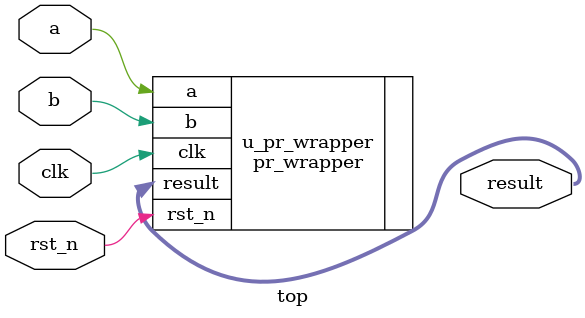
<source format=sv>

`timescale 1ns/1ps
module top 
	#(	parameter OUTPUT_WIDTH = 2) (
	input logic clk,
	input logic rst_n,
	input logic a,
	input logic b,
	output logic [OUTPUT_WIDTH-1:0] result
);
	
	pr_wrapper #(
		.OUTPUT_WIDTH(OUTPUT_WIDTH)) 
	
		u_pr_wrapper (
			.clk(clk),
			.rst_n(rst_n),
			.a(a),
			.b(b),
			.result(result)
	);
	

endmodule

</source>
